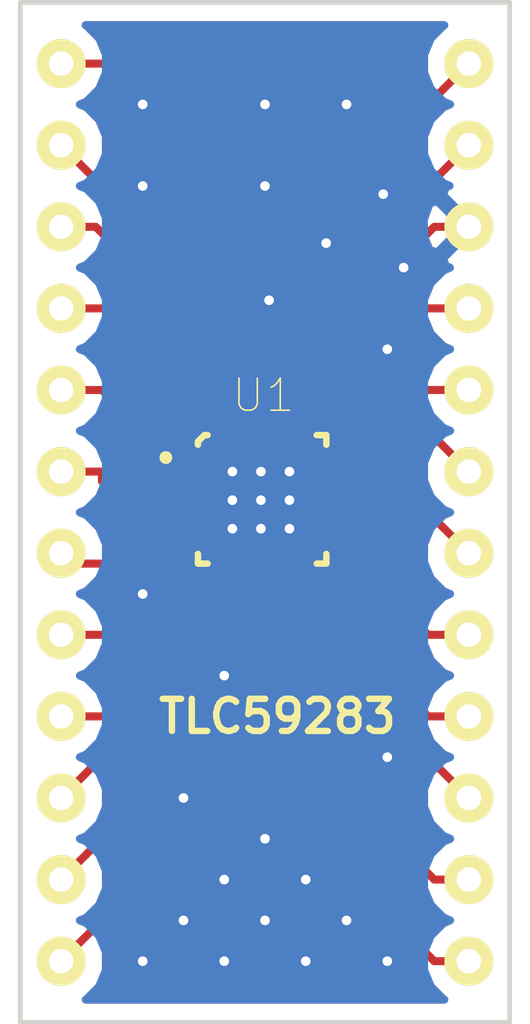
<source format=kicad_pcb>
(kicad_pcb (version 4) (host pcbnew 4.0.2+dfsg1-stable)

  (general
    (links 34)
    (no_connects 0)
    (area 140.894999 89.459999 156.285001 121.360001)
    (thickness 1.6)
    (drawings 4)
    (tracks 84)
    (zones 0)
    (modules 36)
    (nets 25)
  )

  (page A4)
  (layers
    (0 F.Cu signal)
    (31 B.Cu signal)
    (32 B.Adhes user)
    (33 F.Adhes user)
    (34 B.Paste user)
    (35 F.Paste user)
    (36 B.SilkS user)
    (37 F.SilkS user)
    (38 B.Mask user)
    (39 F.Mask user)
    (40 Dwgs.User user)
    (41 Cmts.User user)
    (42 Eco1.User user)
    (43 Eco2.User user)
    (44 Edge.Cuts user)
    (45 Margin user)
    (46 B.CrtYd user)
    (47 F.CrtYd user)
    (48 B.Fab user)
    (49 F.Fab user)
  )

  (setup
    (last_trace_width 0.25)
    (trace_clearance 0.2)
    (zone_clearance 0.508)
    (zone_45_only no)
    (trace_min 0.2)
    (segment_width 0.2)
    (edge_width 0.15)
    (via_size 0.6)
    (via_drill 0.4)
    (via_min_size 0.4)
    (via_min_drill 0.3)
    (uvia_size 0.3)
    (uvia_drill 0.1)
    (uvias_allowed no)
    (uvia_min_size 0.2)
    (uvia_min_drill 0.1)
    (pcb_text_width 0.3)
    (pcb_text_size 1.5 1.5)
    (mod_edge_width 0.15)
    (mod_text_size 1 1)
    (mod_text_width 0.15)
    (pad_size 2.8 2.8)
    (pad_drill 0)
    (pad_to_mask_clearance 0.2)
    (aux_axis_origin 0 0)
    (visible_elements FFFFFF7F)
    (pcbplotparams
      (layerselection 0x00030_80000001)
      (usegerberextensions false)
      (excludeedgelayer true)
      (linewidth 0.100000)
      (plotframeref false)
      (viasonmask false)
      (mode 1)
      (useauxorigin false)
      (hpglpennumber 1)
      (hpglpenspeed 20)
      (hpglpendiameter 15)
      (hpglpenoverlay 2)
      (psnegative false)
      (psa4output false)
      (plotreference true)
      (plotvalue true)
      (plotinvisibletext false)
      (padsonsilk false)
      (subtractmaskfromsilk false)
      (outputformat 1)
      (mirror false)
      (drillshape 1)
      (scaleselection 1)
      (outputdirectory ""))
  )

  (net 0 "")
  (net 1 "Net-(P1-Pad1)")
  (net 2 "Net-(P1-Pad2)")
  (net 3 "Net-(P1-Pad3)")
  (net 4 "Net-(P1-Pad4)")
  (net 5 "Net-(P1-Pad5)")
  (net 6 "Net-(P1-Pad6)")
  (net 7 "Net-(P1-Pad7)")
  (net 8 "Net-(P1-Pad8)")
  (net 9 "Net-(P1-Pad9)")
  (net 10 "Net-(P1-Pad10)")
  (net 11 "Net-(P1-Pad11)")
  (net 12 "Net-(P1-Pad12)")
  (net 13 "Net-(P2-Pad1)")
  (net 14 "Net-(P2-Pad2)")
  (net 15 "Net-(P2-Pad4)")
  (net 16 "Net-(P2-Pad5)")
  (net 17 "Net-(P2-Pad6)")
  (net 18 "Net-(P2-Pad7)")
  (net 19 "Net-(P2-Pad8)")
  (net 20 "Net-(P2-Pad9)")
  (net 21 "Net-(P2-Pad10)")
  (net 22 "Net-(P2-Pad11)")
  (net 23 "Net-(P2-Pad12)")
  (net 24 GND)

  (net_class Default "This is the default net class."
    (clearance 0.2)
    (trace_width 0.25)
    (via_dia 0.6)
    (via_drill 0.4)
    (uvia_dia 0.3)
    (uvia_drill 0.1)
    (add_net GND)
    (add_net "Net-(P1-Pad1)")
    (add_net "Net-(P1-Pad10)")
    (add_net "Net-(P1-Pad11)")
    (add_net "Net-(P1-Pad12)")
    (add_net "Net-(P1-Pad2)")
    (add_net "Net-(P1-Pad3)")
    (add_net "Net-(P1-Pad4)")
    (add_net "Net-(P1-Pad5)")
    (add_net "Net-(P1-Pad6)")
    (add_net "Net-(P1-Pad7)")
    (add_net "Net-(P1-Pad8)")
    (add_net "Net-(P1-Pad9)")
    (add_net "Net-(P2-Pad1)")
    (add_net "Net-(P2-Pad10)")
    (add_net "Net-(P2-Pad11)")
    (add_net "Net-(P2-Pad12)")
    (add_net "Net-(P2-Pad2)")
    (add_net "Net-(P2-Pad4)")
    (add_net "Net-(P2-Pad5)")
    (add_net "Net-(P2-Pad6)")
    (add_net "Net-(P2-Pad7)")
    (add_net "Net-(P2-Pad8)")
    (add_net "Net-(P2-Pad9)")
  )

  (module lolsborn:via-0.6mm (layer F.Cu) (tedit 58784BE4) (tstamp 587DFFA5)
    (at 144.78 107.95)
    (fp_text reference REF** (at 0 2.54) (layer F.SilkS) hide
      (effects (font (size 1 1) (thickness 0.15)))
    )
    (fp_text value via (at 0 1.27) (layer F.Fab) hide
      (effects (font (size 1 1) (thickness 0.15)))
    )
    (pad 1 thru_hole circle (at 0 0) (size 0.6 0.6) (drill 0.3) (layers *.Cu)
      (net 24 GND) (zone_connect 2))
  )

  (module lolsborn:via-0.6mm (layer F.Cu) (tedit 58784BE4) (tstamp 587DFFA1)
    (at 152.4 100.33)
    (fp_text reference REF** (at 0 2.54) (layer F.SilkS) hide
      (effects (font (size 1 1) (thickness 0.15)))
    )
    (fp_text value via (at 0 1.27) (layer F.Fab) hide
      (effects (font (size 1 1) (thickness 0.15)))
    )
    (pad 1 thru_hole circle (at 0 0) (size 0.6 0.6) (drill 0.3) (layers *.Cu)
      (net 24 GND) (zone_connect 2))
  )

  (module lolsborn:via-0.6mm (layer F.Cu) (tedit 58784BE4) (tstamp 587DFF9D)
    (at 152.4 113.03)
    (fp_text reference REF** (at 0 2.54) (layer F.SilkS) hide
      (effects (font (size 1 1) (thickness 0.15)))
    )
    (fp_text value via (at 0 1.27) (layer F.Fab) hide
      (effects (font (size 1 1) (thickness 0.15)))
    )
    (pad 1 thru_hole circle (at 0 0) (size 0.6 0.6) (drill 0.3) (layers *.Cu)
      (net 24 GND) (zone_connect 2))
  )

  (module lolsborn:via-0.6mm (layer F.Cu) (tedit 58784BE4) (tstamp 587DFF99)
    (at 144.78 119.38)
    (fp_text reference REF** (at 0 2.54) (layer F.SilkS) hide
      (effects (font (size 1 1) (thickness 0.15)))
    )
    (fp_text value via (at 0 1.27) (layer F.Fab) hide
      (effects (font (size 1 1) (thickness 0.15)))
    )
    (pad 1 thru_hole circle (at 0 0) (size 0.6 0.6) (drill 0.3) (layers *.Cu)
      (net 24 GND) (zone_connect 2))
  )

  (module lolsborn:via-0.6mm (layer F.Cu) (tedit 58784BE4) (tstamp 587DFF85)
    (at 147.32 119.38)
    (fp_text reference REF** (at 0 2.54) (layer F.SilkS) hide
      (effects (font (size 1 1) (thickness 0.15)))
    )
    (fp_text value via (at 0 1.27) (layer F.Fab) hide
      (effects (font (size 1 1) (thickness 0.15)))
    )
    (pad 1 thru_hole circle (at 0 0) (size 0.6 0.6) (drill 0.3) (layers *.Cu)
      (net 24 GND) (zone_connect 2))
  )

  (module lolsborn:via-0.6mm (layer F.Cu) (tedit 58784BE4) (tstamp 587DFF81)
    (at 151.13 118.11)
    (fp_text reference REF** (at 0 2.54) (layer F.SilkS) hide
      (effects (font (size 1 1) (thickness 0.15)))
    )
    (fp_text value via (at 0 1.27) (layer F.Fab) hide
      (effects (font (size 1 1) (thickness 0.15)))
    )
    (pad 1 thru_hole circle (at 0 0) (size 0.6 0.6) (drill 0.3) (layers *.Cu)
      (net 24 GND) (zone_connect 2))
  )

  (module lolsborn:via-0.6mm (layer F.Cu) (tedit 58784BE4) (tstamp 587DFF69)
    (at 149.86 116.84)
    (fp_text reference REF** (at 0 2.54) (layer F.SilkS) hide
      (effects (font (size 1 1) (thickness 0.15)))
    )
    (fp_text value via (at 0 1.27) (layer F.Fab) hide
      (effects (font (size 1 1) (thickness 0.15)))
    )
    (pad 1 thru_hole circle (at 0 0) (size 0.6 0.6) (drill 0.3) (layers *.Cu)
      (net 24 GND) (zone_connect 2))
  )

  (module lolsborn:via-0.6mm (layer F.Cu) (tedit 58784BE4) (tstamp 587DFF65)
    (at 147.32 116.84)
    (fp_text reference REF** (at 0 2.54) (layer F.SilkS) hide
      (effects (font (size 1 1) (thickness 0.15)))
    )
    (fp_text value via (at 0 1.27) (layer F.Fab) hide
      (effects (font (size 1 1) (thickness 0.15)))
    )
    (pad 1 thru_hole circle (at 0 0) (size 0.6 0.6) (drill 0.3) (layers *.Cu)
      (net 24 GND) (zone_connect 2))
  )

  (module lolsborn:via-0.6mm (layer F.Cu) (tedit 58784BE4) (tstamp 587DFF61)
    (at 149.86 119.38)
    (fp_text reference REF** (at 0 2.54) (layer F.SilkS) hide
      (effects (font (size 1 1) (thickness 0.15)))
    )
    (fp_text value via (at 0 1.27) (layer F.Fab) hide
      (effects (font (size 1 1) (thickness 0.15)))
    )
    (pad 1 thru_hole circle (at 0 0) (size 0.6 0.6) (drill 0.3) (layers *.Cu)
      (net 24 GND) (zone_connect 2))
  )

  (module lolsborn:via-0.6mm (layer F.Cu) (tedit 58784BE4) (tstamp 587DFF5D)
    (at 152.4 119.38)
    (fp_text reference REF** (at 0 2.54) (layer F.SilkS) hide
      (effects (font (size 1 1) (thickness 0.15)))
    )
    (fp_text value via (at 0 1.27) (layer F.Fab) hide
      (effects (font (size 1 1) (thickness 0.15)))
    )
    (pad 1 thru_hole circle (at 0 0) (size 0.6 0.6) (drill 0.3) (layers *.Cu)
      (net 24 GND) (zone_connect 2))
  )

  (module lolsborn:via-0.6mm (layer F.Cu) (tedit 58784BE4) (tstamp 587DFF59)
    (at 148.59 118.11)
    (fp_text reference REF** (at 0 2.54) (layer F.SilkS) hide
      (effects (font (size 1 1) (thickness 0.15)))
    )
    (fp_text value via (at 0 1.27) (layer F.Fab) hide
      (effects (font (size 1 1) (thickness 0.15)))
    )
    (pad 1 thru_hole circle (at 0 0) (size 0.6 0.6) (drill 0.3) (layers *.Cu)
      (net 24 GND) (zone_connect 2))
  )

  (module lolsborn:via-0.6mm (layer F.Cu) (tedit 58784BE4) (tstamp 587DFF55)
    (at 146.05 118.11)
    (fp_text reference REF** (at 0 2.54) (layer F.SilkS) hide
      (effects (font (size 1 1) (thickness 0.15)))
    )
    (fp_text value via (at 0 1.27) (layer F.Fab) hide
      (effects (font (size 1 1) (thickness 0.15)))
    )
    (pad 1 thru_hole circle (at 0 0) (size 0.6 0.6) (drill 0.3) (layers *.Cu)
      (net 24 GND) (zone_connect 2))
  )

  (module lolsborn:via-0.6mm (layer F.Cu) (tedit 58784BE4) (tstamp 587DFF51)
    (at 148.59 115.57)
    (fp_text reference REF** (at 0 2.54) (layer F.SilkS) hide
      (effects (font (size 1 1) (thickness 0.15)))
    )
    (fp_text value via (at 0 1.27) (layer F.Fab) hide
      (effects (font (size 1 1) (thickness 0.15)))
    )
    (pad 1 thru_hole circle (at 0 0) (size 0.6 0.6) (drill 0.3) (layers *.Cu)
      (net 24 GND) (zone_connect 2))
  )

  (module lolsborn:via-0.6mm (layer F.Cu) (tedit 58784BE4) (tstamp 587DFF4D)
    (at 147.32 110.49)
    (fp_text reference REF** (at 0 2.54) (layer F.SilkS) hide
      (effects (font (size 1 1) (thickness 0.15)))
    )
    (fp_text value via (at 0 1.27) (layer F.Fab) hide
      (effects (font (size 1 1) (thickness 0.15)))
    )
    (pad 1 thru_hole circle (at 0 0) (size 0.6 0.6) (drill 0.3) (layers *.Cu)
      (net 24 GND) (zone_connect 2))
  )

  (module lolsborn:via-0.6mm (layer F.Cu) (tedit 58784BE4) (tstamp 587DFF49)
    (at 146.05 114.3)
    (fp_text reference REF** (at 0 2.54) (layer F.SilkS) hide
      (effects (font (size 1 1) (thickness 0.15)))
    )
    (fp_text value via (at 0 1.27) (layer F.Fab) hide
      (effects (font (size 1 1) (thickness 0.15)))
    )
    (pad 1 thru_hole circle (at 0 0) (size 0.6 0.6) (drill 0.3) (layers *.Cu)
      (net 24 GND) (zone_connect 2))
  )

  (module lolsborn:via-0.6mm (layer F.Cu) (tedit 58784BE4) (tstamp 587DFF45)
    (at 151.13 92.71)
    (fp_text reference REF** (at 0 2.54) (layer F.SilkS) hide
      (effects (font (size 1 1) (thickness 0.15)))
    )
    (fp_text value via (at 0 1.27) (layer F.Fab) hide
      (effects (font (size 1 1) (thickness 0.15)))
    )
    (pad 1 thru_hole circle (at 0 0) (size 0.6 0.6) (drill 0.3) (layers *.Cu)
      (net 24 GND) (zone_connect 2))
  )

  (module lolsborn:via-0.6mm (layer F.Cu) (tedit 58784BE4) (tstamp 587DFF41)
    (at 148.59 95.25)
    (fp_text reference REF** (at 0 2.54) (layer F.SilkS) hide
      (effects (font (size 1 1) (thickness 0.15)))
    )
    (fp_text value via (at 0 1.27) (layer F.Fab) hide
      (effects (font (size 1 1) (thickness 0.15)))
    )
    (pad 1 thru_hole circle (at 0 0) (size 0.6 0.6) (drill 0.3) (layers *.Cu)
      (net 24 GND) (zone_connect 2))
  )

  (module lolsborn:via-0.6mm (layer F.Cu) (tedit 58784BE4) (tstamp 587DFF3D)
    (at 148.59 92.71)
    (fp_text reference REF** (at 0 2.54) (layer F.SilkS) hide
      (effects (font (size 1 1) (thickness 0.15)))
    )
    (fp_text value via (at 0 1.27) (layer F.Fab) hide
      (effects (font (size 1 1) (thickness 0.15)))
    )
    (pad 1 thru_hole circle (at 0 0) (size 0.6 0.6) (drill 0.3) (layers *.Cu)
      (net 24 GND) (zone_connect 2))
  )

  (module lolsborn:via-0.6mm (layer F.Cu) (tedit 58784BE4) (tstamp 587DFF39)
    (at 144.78 95.25)
    (fp_text reference REF** (at 0 2.54) (layer F.SilkS) hide
      (effects (font (size 1 1) (thickness 0.15)))
    )
    (fp_text value via (at 0 1.27) (layer F.Fab) hide
      (effects (font (size 1 1) (thickness 0.15)))
    )
    (pad 1 thru_hole circle (at 0 0) (size 0.6 0.6) (drill 0.3) (layers *.Cu)
      (net 24 GND) (zone_connect 2))
  )

  (module lolsborn:via-0.6mm (layer F.Cu) (tedit 58784BE4) (tstamp 587DFF35)
    (at 144.78 92.71)
    (fp_text reference REF** (at 0 2.54) (layer F.SilkS) hide
      (effects (font (size 1 1) (thickness 0.15)))
    )
    (fp_text value via (at 0 1.27) (layer F.Fab) hide
      (effects (font (size 1 1) (thickness 0.15)))
    )
    (pad 1 thru_hole circle (at 0 0) (size 0.6 0.6) (drill 0.3) (layers *.Cu)
      (net 24 GND) (zone_connect 2))
  )

  (module lolsborn:via-0.6mm (layer F.Cu) (tedit 58784BE4) (tstamp 587DFF2C)
    (at 152.273 95.504)
    (fp_text reference REF** (at 0 2.54) (layer F.SilkS) hide
      (effects (font (size 1 1) (thickness 0.15)))
    )
    (fp_text value via (at 0 1.27) (layer F.Fab) hide
      (effects (font (size 1 1) (thickness 0.15)))
    )
    (pad 1 thru_hole circle (at 0 0) (size 0.6 0.6) (drill 0.3) (layers *.Cu)
      (net 24 GND) (zone_connect 2))
  )

  (module lolsborn:via-0.6mm (layer F.Cu) (tedit 58784BE4) (tstamp 587DFF28)
    (at 150.495 97.028)
    (fp_text reference REF** (at 0 2.54) (layer F.SilkS) hide
      (effects (font (size 1 1) (thickness 0.15)))
    )
    (fp_text value via (at 0 1.27) (layer F.Fab) hide
      (effects (font (size 1 1) (thickness 0.15)))
    )
    (pad 1 thru_hole circle (at 0 0) (size 0.6 0.6) (drill 0.3) (layers *.Cu)
      (net 24 GND) (zone_connect 2))
  )

  (module lolsborn:via-0.6mm (layer F.Cu) (tedit 58784BE4) (tstamp 587DFF24)
    (at 148.717 98.806)
    (fp_text reference REF** (at 0 2.54) (layer F.SilkS) hide
      (effects (font (size 1 1) (thickness 0.15)))
    )
    (fp_text value via (at 0 1.27) (layer F.Fab) hide
      (effects (font (size 1 1) (thickness 0.15)))
    )
    (pad 1 thru_hole circle (at 0 0) (size 0.6 0.6) (drill 0.3) (layers *.Cu)
      (net 24 GND) (zone_connect 2))
  )

  (module lolsborn:via-0.6mm (layer F.Cu) (tedit 58784BE4) (tstamp 587DFF20)
    (at 152.908 97.79)
    (fp_text reference REF** (at 0 2.54) (layer F.SilkS) hide
      (effects (font (size 1 1) (thickness 0.15)))
    )
    (fp_text value via (at 0 1.27) (layer F.Fab) hide
      (effects (font (size 1 1) (thickness 0.15)))
    )
    (pad 1 thru_hole circle (at 0 0) (size 0.6 0.6) (drill 0.3) (layers *.Cu)
      (net 24 GND) (zone_connect 2))
  )

  (module lolsborn:via-0.6mm (layer F.Cu) (tedit 58784C34) (tstamp 587DFE92)
    (at 149.352 105.918)
    (fp_text reference REF** (at 0 2.54) (layer F.SilkS) hide
      (effects (font (size 1 1) (thickness 0.15)))
    )
    (fp_text value via (at 0 1.27) (layer F.Fab) hide
      (effects (font (size 1 1) (thickness 0.15)))
    )
    (pad 1 thru_hole circle (at 0 0) (size 0.6 0.6) (drill 0.3) (layers *.Cu)
      (net 24 GND) (zone_connect 2))
  )

  (module lolsborn:via-0.6mm (layer F.Cu) (tedit 58784C2A) (tstamp 587DFE8E)
    (at 148.463 105.918)
    (fp_text reference REF** (at 0 2.54) (layer F.SilkS) hide
      (effects (font (size 1 1) (thickness 0.15)))
    )
    (fp_text value via (at 0 1.27) (layer F.Fab) hide
      (effects (font (size 1 1) (thickness 0.15)))
    )
    (pad 1 thru_hole circle (at 0 0) (size 0.6 0.6) (drill 0.3) (layers *.Cu)
      (net 24 GND) (zone_connect 2))
  )

  (module lolsborn:via-0.6mm (layer F.Cu) (tedit 58784C23) (tstamp 587DFE8A)
    (at 149.352 105.029)
    (fp_text reference REF** (at 0 2.54) (layer F.SilkS) hide
      (effects (font (size 1 1) (thickness 0.15)))
    )
    (fp_text value via (at 0 1.27) (layer F.Fab) hide
      (effects (font (size 1 1) (thickness 0.15)))
    )
    (pad 1 thru_hole circle (at 0 0) (size 0.6 0.6) (drill 0.3) (layers *.Cu)
      (net 24 GND) (zone_connect 2))
  )

  (module lolsborn:via-0.6mm (layer F.Cu) (tedit 58784C18) (tstamp 587DFE84)
    (at 148.463 105.029)
    (fp_text reference REF** (at 0 2.54) (layer F.SilkS) hide
      (effects (font (size 1 1) (thickness 0.15)))
    )
    (fp_text value via (at 0 1.27) (layer F.Fab) hide
      (effects (font (size 1 1) (thickness 0.15)))
    )
    (pad 1 thru_hole circle (at 0 0) (size 0.6 0.6) (drill 0.3) (layers *.Cu)
      (net 24 GND) (zone_connect 2))
  )

  (module lolsborn:via-0.6mm (layer F.Cu) (tedit 58784C09) (tstamp 587DFE80)
    (at 147.574 105.918)
    (fp_text reference REF** (at 0 2.54) (layer F.SilkS) hide
      (effects (font (size 1 1) (thickness 0.15)))
    )
    (fp_text value via (at 0 1.27) (layer F.Fab) hide
      (effects (font (size 1 1) (thickness 0.15)))
    )
    (pad 1 thru_hole circle (at 0 0) (size 0.6 0.6) (drill 0.3) (layers *.Cu)
      (net 24 GND) (zone_connect 2))
  )

  (module lolsborn:via-0.6mm (layer F.Cu) (tedit 58784C03) (tstamp 587DFE7C)
    (at 147.574 105.029)
    (fp_text reference REF** (at 0 2.54) (layer F.SilkS) hide
      (effects (font (size 1 1) (thickness 0.15)))
    )
    (fp_text value via (at 0 1.27) (layer F.Fab) hide
      (effects (font (size 1 1) (thickness 0.15)))
    )
    (pad 1 thru_hole circle (at 0 0) (size 0.6 0.6) (drill 0.3) (layers *.Cu)
      (net 24 GND) (zone_connect 2))
  )

  (module lolsborn:via-0.6mm (layer F.Cu) (tedit 58784BFD) (tstamp 587DFD51)
    (at 149.352 104.14)
    (fp_text reference REF** (at 0 2.54) (layer F.SilkS) hide
      (effects (font (size 1 1) (thickness 0.15)))
    )
    (fp_text value via (at 0 1.27) (layer F.Fab) hide
      (effects (font (size 1 1) (thickness 0.15)))
    )
    (pad 1 thru_hole circle (at 0 0) (size 0.6 0.6) (drill 0.3) (layers *.Cu)
      (net 24 GND) (zone_connect 2))
  )

  (module lolsborn:via-0.6mm (layer F.Cu) (tedit 58784BF4) (tstamp 587DFD4D)
    (at 148.463 104.14)
    (fp_text reference REF** (at 0 2.54) (layer F.SilkS) hide
      (effects (font (size 1 1) (thickness 0.15)))
    )
    (fp_text value via (at 0 1.27) (layer F.Fab) hide
      (effects (font (size 1 1) (thickness 0.15)))
    )
    (pad 1 thru_hole circle (at 0 0) (size 0.6 0.6) (drill 0.3) (layers *.Cu)
      (net 24 GND) (zone_connect 2))
  )

  (module lolsborn:PINHEAD_1x12 (layer F.Cu) (tedit 587849EC) (tstamp 587C924C)
    (at 142.24 104.14 90)
    (path /58784B6D)
    (fp_text reference P1 (at -2.54 -20.32 90) (layer F.SilkS) hide
      (effects (font (size 1 1) (thickness 0.15)))
    )
    (fp_text value CONN_01X12 (at 2.54 -10.16 90) (layer F.Fab) hide
      (effects (font (size 1 1) (thickness 0.15)))
    )
    (pad 1 thru_hole circle (at -15.24 0 90) (size 1.524 1.524) (drill 0.762) (layers *.Cu *.Mask F.SilkS)
      (net 1 "Net-(P1-Pad1)"))
    (pad 2 thru_hole circle (at -12.7 0 90) (size 1.524 1.524) (drill 0.762) (layers *.Cu *.Mask F.SilkS)
      (net 2 "Net-(P1-Pad2)"))
    (pad 3 thru_hole circle (at -10.16 0 90) (size 1.524 1.524) (drill 0.762) (layers *.Cu *.Mask F.SilkS)
      (net 3 "Net-(P1-Pad3)"))
    (pad 4 thru_hole circle (at -7.62 0 90) (size 1.524 1.524) (drill 0.762) (layers *.Cu *.Mask F.SilkS)
      (net 4 "Net-(P1-Pad4)"))
    (pad 5 thru_hole circle (at -5.08 0 90) (size 1.524 1.524) (drill 0.762) (layers *.Cu *.Mask F.SilkS)
      (net 5 "Net-(P1-Pad5)"))
    (pad 6 thru_hole circle (at -2.54 0 90) (size 1.524 1.524) (drill 0.762) (layers *.Cu *.Mask F.SilkS)
      (net 6 "Net-(P1-Pad6)"))
    (pad 7 thru_hole circle (at 0 0 90) (size 1.524 1.524) (drill 0.762) (layers *.Cu *.Mask F.SilkS)
      (net 7 "Net-(P1-Pad7)"))
    (pad 8 thru_hole circle (at 2.54 0 90) (size 1.524 1.524) (drill 0.762) (layers *.Cu *.Mask F.SilkS)
      (net 8 "Net-(P1-Pad8)"))
    (pad 9 thru_hole circle (at 5.08 0 90) (size 1.524 1.524) (drill 0.762) (layers *.Cu *.Mask F.SilkS)
      (net 9 "Net-(P1-Pad9)"))
    (pad 10 thru_hole circle (at 7.62 0 90) (size 1.524 1.524) (drill 0.762) (layers *.Cu *.Mask F.SilkS)
      (net 10 "Net-(P1-Pad10)"))
    (pad 11 thru_hole circle (at 10.16 0 90) (size 1.524 1.524) (drill 0.762) (layers *.Cu *.Mask F.SilkS)
      (net 11 "Net-(P1-Pad11)"))
    (pad 12 thru_hole circle (at 12.7 0 90) (size 1.524 1.524) (drill 0.762) (layers *.Cu *.Mask F.SilkS)
      (net 12 "Net-(P1-Pad12)"))
  )

  (module lolsborn:PINHEAD_1x12 (layer F.Cu) (tedit 587849E8) (tstamp 587C925C)
    (at 154.94 106.68 270)
    (path /58784C8A)
    (fp_text reference P2 (at -2.54 33.02 270) (layer F.SilkS) hide
      (effects (font (size 1 1) (thickness 0.15)))
    )
    (fp_text value CONN_01X12 (at 5.08 22.86 270) (layer F.Fab) hide
      (effects (font (size 1 1) (thickness 0.15)))
    )
    (pad 1 thru_hole circle (at -15.24 0 270) (size 1.524 1.524) (drill 0.762) (layers *.Cu *.Mask F.SilkS)
      (net 13 "Net-(P2-Pad1)"))
    (pad 2 thru_hole circle (at -12.7 0 270) (size 1.524 1.524) (drill 0.762) (layers *.Cu *.Mask F.SilkS)
      (net 14 "Net-(P2-Pad2)"))
    (pad 3 thru_hole circle (at -10.16 0 270) (size 1.524 1.524) (drill 0.762) (layers *.Cu *.Mask F.SilkS)
      (net 24 GND))
    (pad 4 thru_hole circle (at -7.62 0 270) (size 1.524 1.524) (drill 0.762) (layers *.Cu *.Mask F.SilkS)
      (net 15 "Net-(P2-Pad4)"))
    (pad 5 thru_hole circle (at -5.08 0 270) (size 1.524 1.524) (drill 0.762) (layers *.Cu *.Mask F.SilkS)
      (net 16 "Net-(P2-Pad5)"))
    (pad 6 thru_hole circle (at -2.54 0 270) (size 1.524 1.524) (drill 0.762) (layers *.Cu *.Mask F.SilkS)
      (net 17 "Net-(P2-Pad6)"))
    (pad 7 thru_hole circle (at 0 0 270) (size 1.524 1.524) (drill 0.762) (layers *.Cu *.Mask F.SilkS)
      (net 18 "Net-(P2-Pad7)"))
    (pad 8 thru_hole circle (at 2.54 0 270) (size 1.524 1.524) (drill 0.762) (layers *.Cu *.Mask F.SilkS)
      (net 19 "Net-(P2-Pad8)"))
    (pad 9 thru_hole circle (at 5.08 0 270) (size 1.524 1.524) (drill 0.762) (layers *.Cu *.Mask F.SilkS)
      (net 20 "Net-(P2-Pad9)"))
    (pad 10 thru_hole circle (at 7.62 0 270) (size 1.524 1.524) (drill 0.762) (layers *.Cu *.Mask F.SilkS)
      (net 21 "Net-(P2-Pad10)"))
    (pad 11 thru_hole circle (at 10.16 0 270) (size 1.524 1.524) (drill 0.762) (layers *.Cu *.Mask F.SilkS)
      (net 22 "Net-(P2-Pad11)"))
    (pad 12 thru_hole circle (at 12.7 0 270) (size 1.524 1.524) (drill 0.762) (layers *.Cu *.Mask F.SilkS)
      (net 23 "Net-(P2-Pad12)"))
  )

  (module lolsborn:QFN50P400X400X100-25N (layer F.Cu) (tedit 58784C56) (tstamp 587C9291)
    (at 148.5011 105.0036)
    (path /58784982)
    (solder_mask_margin 0.1)
    (attr smd)
    (fp_text reference U1 (at 0.04 -3.235) (layer F.SilkS)
      (effects (font (size 1 1) (thickness 0.05)))
    )
    (fp_text value TLC59283 (at 0.475 6.7564) (layer F.SilkS)
      (effects (font (size 1 1) (thickness 0.2)))
    )
    (fp_poly (pts (xy -0.885 -0.885) (xy 0.885 -0.885) (xy 0.885 0.885) (xy -0.885 0.885)) (layer F.Paste) (width 0.381))
    (fp_line (start -2 -1.7) (end -2 -1.8) (layer F.SilkS) (width 0.2))
    (fp_line (start -2 -1.8) (end -1.8 -2) (layer F.SilkS) (width 0.2))
    (fp_line (start -1.8 -2) (end -1.7 -2) (layer F.SilkS) (width 0.2))
    (fp_line (start 1.7 -2) (end 2 -2) (layer F.SilkS) (width 0.2))
    (fp_line (start 2 -2) (end 2 -1.7) (layer F.SilkS) (width 0.2))
    (fp_line (start 2 1.7) (end 2 2) (layer F.SilkS) (width 0.2))
    (fp_line (start 2 2) (end 1.7 2) (layer F.SilkS) (width 0.2))
    (fp_line (start -1.7 2) (end -2 2) (layer F.SilkS) (width 0.2))
    (fp_line (start -2 2) (end -2 1.7) (layer F.SilkS) (width 0.2))
    (fp_circle (center -3 -1.3) (end -2.9 -1.3) (layer F.SilkS) (width 0.2))
    (fp_line (start -2.65 -2.65) (end 2.65 -2.65) (layer Dwgs.User) (width 0.05))
    (fp_line (start 2.65 -2.65) (end 2.65 2.65) (layer Dwgs.User) (width 0.05))
    (fp_line (start 2.65 2.65) (end -2.65 2.65) (layer Dwgs.User) (width 0.05))
    (fp_line (start -2.65 2.65) (end -2.65 -2.65) (layer Dwgs.User) (width 0.05))
    (pad 1 smd rect (at -2 -1.25) (size 0.8 0.3) (layers F.Cu F.Paste F.Mask)
      (net 12 "Net-(P1-Pad12)") (solder_mask_margin 0.2))
    (pad 2 smd rect (at -2 -0.75) (size 0.8 0.3) (layers F.Cu F.Paste F.Mask)
      (net 11 "Net-(P1-Pad11)") (solder_mask_margin 0.2))
    (pad 3 smd rect (at -2 -0.25) (size 0.8 0.3) (layers F.Cu F.Paste F.Mask)
      (net 10 "Net-(P1-Pad10)") (solder_mask_margin 0.2))
    (pad 4 smd rect (at -2 0.25) (size 0.8 0.3) (layers F.Cu F.Paste F.Mask)
      (net 9 "Net-(P1-Pad9)") (solder_mask_margin 0.2))
    (pad 5 smd rect (at -2 0.75) (size 0.8 0.3) (layers F.Cu F.Paste F.Mask)
      (net 8 "Net-(P1-Pad8)") (solder_mask_margin 0.2))
    (pad 6 smd rect (at -2 1.25) (size 0.8 0.3) (layers F.Cu F.Paste F.Mask)
      (net 7 "Net-(P1-Pad7)") (solder_mask_margin 0.2))
    (pad 7 smd rect (at -1.25 2 90) (size 0.8 0.3) (layers F.Cu F.Paste F.Mask)
      (net 6 "Net-(P1-Pad6)") (solder_mask_margin 0.2))
    (pad 8 smd rect (at -0.75 2 90) (size 0.8 0.3) (layers F.Cu F.Paste F.Mask)
      (net 5 "Net-(P1-Pad5)") (solder_mask_margin 0.2))
    (pad 9 smd rect (at -0.25 2 90) (size 0.8 0.3) (layers F.Cu F.Paste F.Mask)
      (net 4 "Net-(P1-Pad4)") (solder_mask_margin 0.2))
    (pad 10 smd rect (at 0.25 2 90) (size 0.8 0.3) (layers F.Cu F.Paste F.Mask)
      (net 3 "Net-(P1-Pad3)") (solder_mask_margin 0.2))
    (pad 11 smd rect (at 0.75 2 90) (size 0.8 0.3) (layers F.Cu F.Paste F.Mask)
      (net 2 "Net-(P1-Pad2)") (solder_mask_margin 0.2))
    (pad 12 smd rect (at 1.25 2 90) (size 0.8 0.3) (layers F.Cu F.Paste F.Mask)
      (net 1 "Net-(P1-Pad1)") (solder_mask_margin 0.2))
    (pad 13 smd rect (at 2 1.25 180) (size 0.8 0.3) (layers F.Cu F.Paste F.Mask)
      (net 23 "Net-(P2-Pad12)") (solder_mask_margin 0.2))
    (pad 14 smd rect (at 2 0.75 180) (size 0.8 0.3) (layers F.Cu F.Paste F.Mask)
      (net 22 "Net-(P2-Pad11)") (solder_mask_margin 0.2))
    (pad 15 smd rect (at 2 0.25 180) (size 0.8 0.3) (layers F.Cu F.Paste F.Mask)
      (net 21 "Net-(P2-Pad10)") (solder_mask_margin 0.2))
    (pad 16 smd rect (at 2 -0.25 180) (size 0.8 0.3) (layers F.Cu F.Paste F.Mask)
      (net 20 "Net-(P2-Pad9)") (solder_mask_margin 0.2))
    (pad 17 smd rect (at 2 -0.75 180) (size 0.8 0.3) (layers F.Cu F.Paste F.Mask)
      (net 19 "Net-(P2-Pad8)") (solder_mask_margin 0.2))
    (pad 18 smd rect (at 2 -1.25 180) (size 0.8 0.3) (layers F.Cu F.Paste F.Mask)
      (net 18 "Net-(P2-Pad7)") (solder_mask_margin 0.2))
    (pad 19 smd rect (at 1.25 -2 270) (size 0.8 0.3) (layers F.Cu F.Paste F.Mask)
      (net 17 "Net-(P2-Pad6)") (solder_mask_margin 0.2))
    (pad 20 smd rect (at 0.75 -2 270) (size 0.8 0.3) (layers F.Cu F.Paste F.Mask)
      (net 16 "Net-(P2-Pad5)") (solder_mask_margin 0.2))
    (pad 21 smd rect (at 0.25 -2 270) (size 0.8 0.3) (layers F.Cu F.Paste F.Mask)
      (net 15 "Net-(P2-Pad4)") (solder_mask_margin 0.2))
    (pad 22 smd rect (at -0.25 -2 270) (size 0.8 0.3) (layers F.Cu F.Paste F.Mask)
      (net 24 GND) (solder_mask_margin 0.2))
    (pad 23 smd rect (at -0.75 -2 270) (size 0.8 0.3) (layers F.Cu F.Paste F.Mask)
      (net 14 "Net-(P2-Pad2)") (solder_mask_margin 0.2))
    (pad 24 smd rect (at -1.25 -2 270) (size 0.8 0.3) (layers F.Cu F.Paste F.Mask)
      (net 13 "Net-(P2-Pad1)") (solder_mask_margin 0.2))
    (pad 25 smd rect (at 0 0) (size 2.8 2.8) (layers F.Cu F.Paste F.Mask)
      (net 24 GND) (solder_mask_margin 0.2))
  )

  (module lolsborn:via-0.6mm (layer F.Cu) (tedit 58784BE4) (tstamp 587DFD4B)
    (at 147.574 104.14)
    (fp_text reference REF** (at 0 2.54) (layer F.SilkS) hide
      (effects (font (size 1 1) (thickness 0.15)))
    )
    (fp_text value via (at 0 1.27) (layer F.Fab) hide
      (effects (font (size 1 1) (thickness 0.15)))
    )
    (pad 1 thru_hole circle (at 0 0) (size 0.6 0.6) (drill 0.3) (layers *.Cu)
      (net 24 GND) (zone_connect 2))
  )

  (gr_line (start 156.21 89.535) (end 140.97 89.535) (layer Edge.Cuts) (width 0.15))
  (gr_line (start 156.21 121.285) (end 156.21 89.535) (layer Edge.Cuts) (width 0.15))
  (gr_line (start 140.97 121.285) (end 156.21 121.285) (layer Edge.Cuts) (width 0.15))
  (gr_line (start 140.97 89.535) (end 140.97 121.285) (layer Edge.Cuts) (width 0.15))

  (segment (start 149.7511 107.0036) (end 149.7511 111.8689) (width 0.25) (layer F.Cu) (net 1))
  (segment (start 149.7511 111.8689) (end 142.24 119.38) (width 0.25) (layer F.Cu) (net 1))
  (segment (start 149.2511 107.0036) (end 149.2511 109.8289) (width 0.25) (layer F.Cu) (net 2))
  (segment (start 149.2511 109.8289) (end 142.24 116.84) (width 0.25) (layer F.Cu) (net 2))
  (segment (start 148.7511 107.7889) (end 142.24 114.3) (width 0.25) (layer F.Cu) (net 3))
  (segment (start 148.7511 107.0036) (end 148.7511 107.7889) (width 0.25) (layer F.Cu) (net 3))
  (segment (start 143.31763 111.76) (end 142.24 111.76) (width 0.25) (layer F.Cu) (net 4))
  (segment (start 144.14359 111.76) (end 143.31763 111.76) (width 0.25) (layer F.Cu) (net 4))
  (segment (start 148.2511 107.0036) (end 148.2511 107.65249) (width 0.25) (layer F.Cu) (net 4))
  (segment (start 148.2511 107.65249) (end 144.14359 111.76) (width 0.25) (layer F.Cu) (net 4))
  (segment (start 147.7511 107.51608) (end 146.04718 109.22) (width 0.25) (layer F.Cu) (net 5))
  (segment (start 147.7511 107.0036) (end 147.7511 107.51608) (width 0.25) (layer F.Cu) (net 5))
  (segment (start 143.31763 109.22) (end 142.24 109.22) (width 0.25) (layer F.Cu) (net 5))
  (segment (start 146.04718 109.22) (end 143.31763 109.22) (width 0.25) (layer F.Cu) (net 5))
  (segment (start 147.2511 107.0036) (end 142.5636 107.0036) (width 0.25) (layer F.Cu) (net 6))
  (segment (start 142.5636 107.0036) (end 142.24 106.68) (width 0.25) (layer F.Cu) (net 6))
  (segment (start 143.51 104.14) (end 142.24 104.14) (width 0.25) (layer F.Cu) (net 7))
  (segment (start 143.51 104.443144) (end 143.51 104.14) (width 0.25) (layer F.Cu) (net 7))
  (segment (start 146.5011 106.2536) (end 145.320456 106.2536) (width 0.25) (layer F.Cu) (net 7))
  (segment (start 145.320456 106.2536) (end 143.51 104.443144) (width 0.25) (layer F.Cu) (net 7))
  (segment (start 144.145 102.235) (end 143.51 101.6) (width 0.25) (layer F.Cu) (net 8))
  (segment (start 143.51 101.6) (end 142.24 101.6) (width 0.25) (layer F.Cu) (net 8))
  (segment (start 144.145 104.441734) (end 144.145 102.235) (width 0.25) (layer F.Cu) (net 8))
  (segment (start 146.5011 105.7536) (end 145.456866 105.7536) (width 0.25) (layer F.Cu) (net 8))
  (segment (start 145.456866 105.7536) (end 144.145 104.441734) (width 0.25) (layer F.Cu) (net 8))
  (segment (start 144.78 99.695) (end 144.145 99.06) (width 0.25) (layer F.Cu) (net 9))
  (segment (start 144.145 99.06) (end 142.24 99.06) (width 0.25) (layer F.Cu) (net 9))
  (segment (start 144.78 104.440322) (end 144.78 99.695) (width 0.25) (layer F.Cu) (net 9))
  (segment (start 146.5011 105.2536) (end 145.593278 105.2536) (width 0.25) (layer F.Cu) (net 9))
  (segment (start 145.593278 105.2536) (end 144.78 104.440322) (width 0.25) (layer F.Cu) (net 9))
  (segment (start 145.230011 98.432381) (end 143.31763 96.52) (width 0.25) (layer F.Cu) (net 10))
  (segment (start 143.31763 96.52) (end 142.24 96.52) (width 0.25) (layer F.Cu) (net 10))
  (segment (start 146.5011 104.7536) (end 145.729688 104.7536) (width 0.25) (layer F.Cu) (net 10))
  (segment (start 145.729688 104.7536) (end 145.230011 104.253923) (width 0.25) (layer F.Cu) (net 10))
  (segment (start 145.230011 104.253923) (end 145.230011 98.432381) (width 0.25) (layer F.Cu) (net 10))
  (segment (start 143.001999 94.741999) (end 142.24 93.98) (width 0.25) (layer F.Cu) (net 11))
  (segment (start 145.680022 97.420022) (end 143.001999 94.741999) (width 0.25) (layer F.Cu) (net 11))
  (segment (start 145.680022 104.067524) (end 145.680022 97.420022) (width 0.25) (layer F.Cu) (net 11))
  (segment (start 145.866098 104.2536) (end 145.680022 104.067524) (width 0.25) (layer F.Cu) (net 11))
  (segment (start 146.5011 104.2536) (end 145.866098 104.2536) (width 0.25) (layer F.Cu) (net 11))
  (segment (start 146.5011 92.5261) (end 145.415 91.44) (width 0.25) (layer F.Cu) (net 12))
  (segment (start 145.415 91.44) (end 142.24 91.44) (width 0.25) (layer F.Cu) (net 12))
  (segment (start 146.5011 103.7536) (end 146.5011 92.5261) (width 0.25) (layer F.Cu) (net 12))
  (segment (start 147.2511 103.0036) (end 147.2511 99.1289) (width 0.25) (layer F.Cu) (net 13))
  (segment (start 147.2511 99.1289) (end 154.94 91.44) (width 0.25) (layer F.Cu) (net 13))
  (segment (start 147.7511 103.0036) (end 147.7511 101.1689) (width 0.25) (layer F.Cu) (net 14))
  (segment (start 147.7511 101.1689) (end 154.94 93.98) (width 0.25) (layer F.Cu) (net 14))
  (segment (start 148.7511 103.0036) (end 148.7511 102.3536) (width 0.25) (layer F.Cu) (net 15))
  (segment (start 148.7511 102.3536) (end 152.0447 99.06) (width 0.25) (layer F.Cu) (net 15))
  (segment (start 152.0447 99.06) (end 153.86237 99.06) (width 0.25) (layer F.Cu) (net 15))
  (segment (start 153.86237 99.06) (end 154.94 99.06) (width 0.25) (layer F.Cu) (net 15))
  (segment (start 150.14111 101.6) (end 153.86237 101.6) (width 0.25) (layer F.Cu) (net 16))
  (segment (start 149.2511 102.49001) (end 150.14111 101.6) (width 0.25) (layer F.Cu) (net 16))
  (segment (start 149.2511 103.0036) (end 149.2511 102.49001) (width 0.25) (layer F.Cu) (net 16))
  (segment (start 153.86237 101.6) (end 154.94 101.6) (width 0.25) (layer F.Cu) (net 16))
  (segment (start 149.7511 103.0036) (end 153.8036 103.0036) (width 0.25) (layer F.Cu) (net 17))
  (segment (start 153.8036 103.0036) (end 154.94 104.14) (width 0.25) (layer F.Cu) (net 17))
  (segment (start 150.5011 103.7536) (end 152.0136 103.7536) (width 0.25) (layer F.Cu) (net 18))
  (segment (start 152.0136 103.7536) (end 154.94 106.68) (width 0.25) (layer F.Cu) (net 18))
  (segment (start 153.035 108.585) (end 153.67 109.22) (width 0.25) (layer F.Cu) (net 19))
  (segment (start 153.67 109.22) (end 154.94 109.22) (width 0.25) (layer F.Cu) (net 19))
  (segment (start 153.035 105.743266) (end 153.035 108.585) (width 0.25) (layer F.Cu) (net 19))
  (segment (start 150.5011 104.2536) (end 151.545334 104.2536) (width 0.25) (layer F.Cu) (net 19))
  (segment (start 151.545334 104.2536) (end 153.035 105.743266) (width 0.25) (layer F.Cu) (net 19))
  (segment (start 150.5011 104.7536) (end 151.408923 104.7536) (width 0.25) (layer F.Cu) (net 20))
  (segment (start 153.67 111.76) (end 154.94 111.76) (width 0.25) (layer F.Cu) (net 20))
  (segment (start 151.408923 104.7536) (end 152.4 105.744677) (width 0.25) (layer F.Cu) (net 20))
  (segment (start 152.4 105.744677) (end 152.4 110.49) (width 0.25) (layer F.Cu) (net 20))
  (segment (start 152.4 110.49) (end 153.67 111.76) (width 0.25) (layer F.Cu) (net 20))
  (segment (start 151.765 105.746087) (end 151.765 111.125) (width 0.25) (layer F.Cu) (net 21))
  (segment (start 151.765 111.125) (end 154.94 114.3) (width 0.25) (layer F.Cu) (net 21))
  (segment (start 150.5011 105.2536) (end 151.272513 105.2536) (width 0.25) (layer F.Cu) (net 21))
  (segment (start 151.272513 105.2536) (end 151.765 105.746087) (width 0.25) (layer F.Cu) (net 21))
  (segment (start 151.314989 114.292619) (end 153.86237 116.84) (width 0.25) (layer F.Cu) (net 22))
  (segment (start 151.136103 105.7536) (end 151.314989 105.932486) (width 0.25) (layer F.Cu) (net 22))
  (segment (start 150.5011 105.7536) (end 151.136103 105.7536) (width 0.25) (layer F.Cu) (net 22))
  (segment (start 153.86237 116.84) (end 154.94 116.84) (width 0.25) (layer F.Cu) (net 22))
  (segment (start 151.314989 105.932486) (end 151.314989 114.292619) (width 0.25) (layer F.Cu) (net 22))
  (segment (start 150.5011 116.01873) (end 153.86237 119.38) (width 0.25) (layer F.Cu) (net 23))
  (segment (start 150.5011 106.2536) (end 150.5011 116.01873) (width 0.25) (layer F.Cu) (net 23))
  (segment (start 153.86237 119.38) (end 154.94 119.38) (width 0.25) (layer F.Cu) (net 23))
  (segment (start 148.2511 103.0036) (end 148.2511 102.13127) (width 0.25) (layer F.Cu) (net 24))
  (segment (start 148.2511 102.13127) (end 153.86237 96.52) (width 0.25) (layer F.Cu) (net 24))
  (segment (start 153.86237 96.52) (end 154.94 96.52) (width 0.25) (layer F.Cu) (net 24))

  (zone (net 24) (net_name GND) (layer F.Cu) (tstamp 0) (hatch edge 0.508)
    (connect_pads (clearance 0.508))
    (min_thickness 0.254)
    (fill yes (arc_segments 16) (thermal_gap 0.508) (thermal_bridge_width 0.508))
    (polygon
      (pts
        (xy 140.335 89.535) (xy 156.845 89.535) (xy 156.845 121.285) (xy 140.335 121.285)
      )
    )
    (filled_polygon
      (pts
        (xy 149.7411 116.01873) (xy 149.798952 116.309569) (xy 149.963699 116.556131) (xy 153.324969 119.917401) (xy 153.571531 120.082148)
        (xy 153.731732 120.114014) (xy 153.75499 120.170303) (xy 154.14763 120.563629) (xy 154.175014 120.575) (xy 143.006125 120.575)
        (xy 143.030303 120.56501) (xy 143.423629 120.17237) (xy 143.636757 119.6591) (xy 143.637242 119.103339) (xy 143.623857 119.070945)
        (xy 149.7411 112.953702)
      )
    )
    (filled_polygon
      (pts
        (xy 148.9911 111.554098) (xy 143.636941 116.908257) (xy 143.637242 116.563339) (xy 143.623857 116.530945) (xy 148.9911 111.163702)
      )
    )
    (filled_polygon
      (pts
        (xy 153.555817 113.990619) (xy 153.543243 114.0209) (xy 153.542758 114.576661) (xy 153.75499 115.090303) (xy 154.14763 115.483629)
        (xy 154.355512 115.569949) (xy 154.149697 115.65499) (xy 153.950756 115.853584) (xy 152.074989 113.977817) (xy 152.074989 112.509791)
      )
    )
    (filled_polygon
      (pts
        (xy 148.4911 109.514098) (xy 143.636941 114.368257) (xy 143.637242 114.023339) (xy 143.623857 113.990945) (xy 148.4911 109.123702)
      )
    )
    (filled_polygon
      (pts
        (xy 145.732378 108.46) (xy 143.437531 108.46) (xy 143.42501 108.429697) (xy 143.03237 108.036371) (xy 142.824488 107.950051)
        (xy 143.030303 107.86501) (xy 143.13189 107.7636) (xy 146.428778 107.7636)
      )
    )
    (filled_polygon
      (pts
        (xy 148.6281 104.8766) (xy 148.6481 104.8766) (xy 148.6481 105.1306) (xy 148.6281 105.1306) (xy 148.6281 105.1506)
        (xy 148.3741 105.1506) (xy 148.3741 105.1306) (xy 148.3541 105.1306) (xy 148.3541 104.8766) (xy 148.3741 104.8766)
        (xy 148.3741 104.8566) (xy 148.6281 104.8566)
      )
    )
    (filled_polygon
      (pts
        (xy 155.133748 96.505858) (xy 155.119605 96.52) (xy 155.133748 96.534143) (xy 154.954143 96.713748) (xy 154.94 96.699605)
        (xy 154.139392 97.500213) (xy 154.208857 97.742397) (xy 154.349318 97.792509) (xy 154.149697 97.87499) (xy 153.756371 98.26763)
        (xy 153.74293 98.3) (xy 152.0447 98.3) (xy 151.753861 98.357852) (xy 151.507299 98.522599) (xy 148.5111 101.518798)
        (xy 148.5111 101.483702) (xy 153.538084 96.456718) (xy 153.558638 96.867368) (xy 153.717603 97.251143) (xy 153.959787 97.320608)
        (xy 154.760395 96.52) (xy 154.746253 96.505858) (xy 154.925858 96.326253) (xy 154.94 96.340395) (xy 154.954143 96.326253)
      )
    )
    (filled_polygon
      (pts
        (xy 153.75499 99.850303) (xy 154.14763 100.243629) (xy 154.355512 100.329949) (xy 154.149697 100.41499) (xy 153.756371 100.80763)
        (xy 153.74293 100.84) (xy 151.339502 100.84) (xy 152.359502 99.82) (xy 153.742469 99.82)
      )
    )
    (filled_polygon
      (pts
        (xy 153.542758 94.256661) (xy 153.556143 94.289055) (xy 148.0111 99.834098) (xy 148.0111 99.443702) (xy 153.543059 93.911743)
      )
    )
    (filled_polygon
      (pts
        (xy 154.149697 90.25499) (xy 153.756371 90.64763) (xy 153.543243 91.1609) (xy 153.542758 91.716661) (xy 153.556143 91.749055)
        (xy 147.2611 98.044098) (xy 147.2611 92.5261) (xy 147.203248 92.235261) (xy 147.203248 92.23526) (xy 147.038501 91.988699)
        (xy 145.952401 90.902599) (xy 145.705839 90.737852) (xy 145.415 90.68) (xy 143.437531 90.68) (xy 143.42501 90.649697)
        (xy 143.03237 90.256371) (xy 143.004986 90.245) (xy 154.173875 90.245)
      )
    )
    (filled_polygon
      (pts
        (xy 145.7411 92.840902) (xy 145.7411 96.406298) (xy 143.624183 94.289381) (xy 143.636757 94.2591) (xy 143.637242 93.703339)
        (xy 143.42501 93.189697) (xy 143.03237 92.796371) (xy 142.824488 92.710051) (xy 143.030303 92.62501) (xy 143.423629 92.23237)
        (xy 143.43707 92.2) (xy 145.100198 92.2)
      )
    )
  )
  (zone (net 24) (net_name GND) (layer B.Cu) (tstamp 0) (hatch edge 0.508)
    (connect_pads (clearance 0.508))
    (min_thickness 0.254)
    (fill yes (arc_segments 16) (thermal_gap 0.508) (thermal_bridge_width 0.508))
    (polygon
      (pts
        (xy 140.335 89.535) (xy 156.845 89.535) (xy 156.845 121.285) (xy 140.335 121.285)
      )
    )
    (filled_polygon
      (pts
        (xy 154.149697 90.25499) (xy 153.756371 90.64763) (xy 153.543243 91.1609) (xy 153.542758 91.716661) (xy 153.75499 92.230303)
        (xy 154.14763 92.623629) (xy 154.355512 92.709949) (xy 154.149697 92.79499) (xy 153.756371 93.18763) (xy 153.543243 93.7009)
        (xy 153.542758 94.256661) (xy 153.75499 94.770303) (xy 154.14763 95.163629) (xy 154.339727 95.243395) (xy 154.208857 95.297603)
        (xy 154.139392 95.539787) (xy 154.94 96.340395) (xy 154.954143 96.326253) (xy 155.133748 96.505858) (xy 155.119605 96.52)
        (xy 155.133748 96.534143) (xy 154.954143 96.713748) (xy 154.94 96.699605) (xy 154.139392 97.500213) (xy 154.208857 97.742397)
        (xy 154.349318 97.792509) (xy 154.149697 97.87499) (xy 153.756371 98.26763) (xy 153.543243 98.7809) (xy 153.542758 99.336661)
        (xy 153.75499 99.850303) (xy 154.14763 100.243629) (xy 154.355512 100.329949) (xy 154.149697 100.41499) (xy 153.756371 100.80763)
        (xy 153.543243 101.3209) (xy 153.542758 101.876661) (xy 153.75499 102.390303) (xy 154.14763 102.783629) (xy 154.355512 102.869949)
        (xy 154.149697 102.95499) (xy 153.756371 103.34763) (xy 153.543243 103.8609) (xy 153.542758 104.416661) (xy 153.75499 104.930303)
        (xy 154.14763 105.323629) (xy 154.355512 105.409949) (xy 154.149697 105.49499) (xy 153.756371 105.88763) (xy 153.543243 106.4009)
        (xy 153.542758 106.956661) (xy 153.75499 107.470303) (xy 154.14763 107.863629) (xy 154.355512 107.949949) (xy 154.149697 108.03499)
        (xy 153.756371 108.42763) (xy 153.543243 108.9409) (xy 153.542758 109.496661) (xy 153.75499 110.010303) (xy 154.14763 110.403629)
        (xy 154.355512 110.489949) (xy 154.149697 110.57499) (xy 153.756371 110.96763) (xy 153.543243 111.4809) (xy 153.542758 112.036661)
        (xy 153.75499 112.550303) (xy 154.14763 112.943629) (xy 154.355512 113.029949) (xy 154.149697 113.11499) (xy 153.756371 113.50763)
        (xy 153.543243 114.0209) (xy 153.542758 114.576661) (xy 153.75499 115.090303) (xy 154.14763 115.483629) (xy 154.355512 115.569949)
        (xy 154.149697 115.65499) (xy 153.756371 116.04763) (xy 153.543243 116.5609) (xy 153.542758 117.116661) (xy 153.75499 117.630303)
        (xy 154.14763 118.023629) (xy 154.355512 118.109949) (xy 154.149697 118.19499) (xy 153.756371 118.58763) (xy 153.543243 119.1009)
        (xy 153.542758 119.656661) (xy 153.75499 120.170303) (xy 154.14763 120.563629) (xy 154.175014 120.575) (xy 143.006125 120.575)
        (xy 143.030303 120.56501) (xy 143.423629 120.17237) (xy 143.636757 119.6591) (xy 143.637242 119.103339) (xy 143.42501 118.589697)
        (xy 143.03237 118.196371) (xy 142.824488 118.110051) (xy 143.030303 118.02501) (xy 143.423629 117.63237) (xy 143.636757 117.1191)
        (xy 143.637242 116.563339) (xy 143.42501 116.049697) (xy 143.03237 115.656371) (xy 142.824488 115.570051) (xy 143.030303 115.48501)
        (xy 143.423629 115.09237) (xy 143.636757 114.5791) (xy 143.637242 114.023339) (xy 143.42501 113.509697) (xy 143.03237 113.116371)
        (xy 142.824488 113.030051) (xy 143.030303 112.94501) (xy 143.423629 112.55237) (xy 143.636757 112.0391) (xy 143.637242 111.483339)
        (xy 143.42501 110.969697) (xy 143.03237 110.576371) (xy 142.824488 110.490051) (xy 143.030303 110.40501) (xy 143.423629 110.01237)
        (xy 143.636757 109.4991) (xy 143.637242 108.943339) (xy 143.42501 108.429697) (xy 143.03237 108.036371) (xy 142.824488 107.950051)
        (xy 143.030303 107.86501) (xy 143.423629 107.47237) (xy 143.636757 106.9591) (xy 143.637242 106.403339) (xy 143.42501 105.889697)
        (xy 143.03237 105.496371) (xy 142.824488 105.410051) (xy 143.030303 105.32501) (xy 143.423629 104.93237) (xy 143.636757 104.4191)
        (xy 143.637242 103.863339) (xy 143.42501 103.349697) (xy 143.03237 102.956371) (xy 142.824488 102.870051) (xy 143.030303 102.78501)
        (xy 143.423629 102.39237) (xy 143.636757 101.8791) (xy 143.637242 101.323339) (xy 143.42501 100.809697) (xy 143.03237 100.416371)
        (xy 142.824488 100.330051) (xy 143.030303 100.24501) (xy 143.423629 99.85237) (xy 143.636757 99.3391) (xy 143.637242 98.783339)
        (xy 143.42501 98.269697) (xy 143.03237 97.876371) (xy 142.824488 97.790051) (xy 143.030303 97.70501) (xy 143.423629 97.31237)
        (xy 143.636757 96.7991) (xy 143.637181 96.312302) (xy 153.530856 96.312302) (xy 153.558638 96.867368) (xy 153.717603 97.251143)
        (xy 153.959787 97.320608) (xy 154.760395 96.52) (xy 153.959787 95.719392) (xy 153.717603 95.788857) (xy 153.530856 96.312302)
        (xy 143.637181 96.312302) (xy 143.637242 96.243339) (xy 143.42501 95.729697) (xy 143.03237 95.336371) (xy 142.824488 95.250051)
        (xy 143.030303 95.16501) (xy 143.423629 94.77237) (xy 143.636757 94.2591) (xy 143.637242 93.703339) (xy 143.42501 93.189697)
        (xy 143.03237 92.796371) (xy 142.824488 92.710051) (xy 143.030303 92.62501) (xy 143.423629 92.23237) (xy 143.636757 91.7191)
        (xy 143.637242 91.163339) (xy 143.42501 90.649697) (xy 143.03237 90.256371) (xy 143.004986 90.245) (xy 154.173875 90.245)
      )
    )
  )
)

</source>
